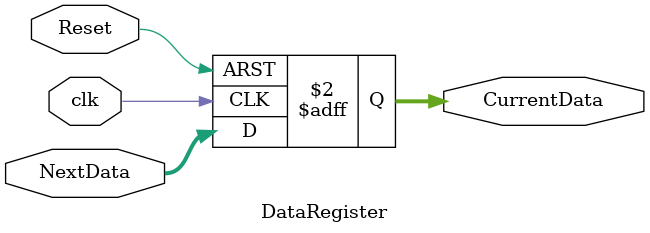
<source format=sv>
`timescale 1ns / 1ps
module DataRegister (input logic        clk, Reset,
                     input logic [31:0] NextData,
                     output logic [31:0] CurrentData);
    
    always_ff @(posedge clk or posedge Reset)
    begin
        if (Reset) 
            CurrentData <= 32'h0;
        else       
            CurrentData <= NextData;
    end
    
endmodule

</source>
